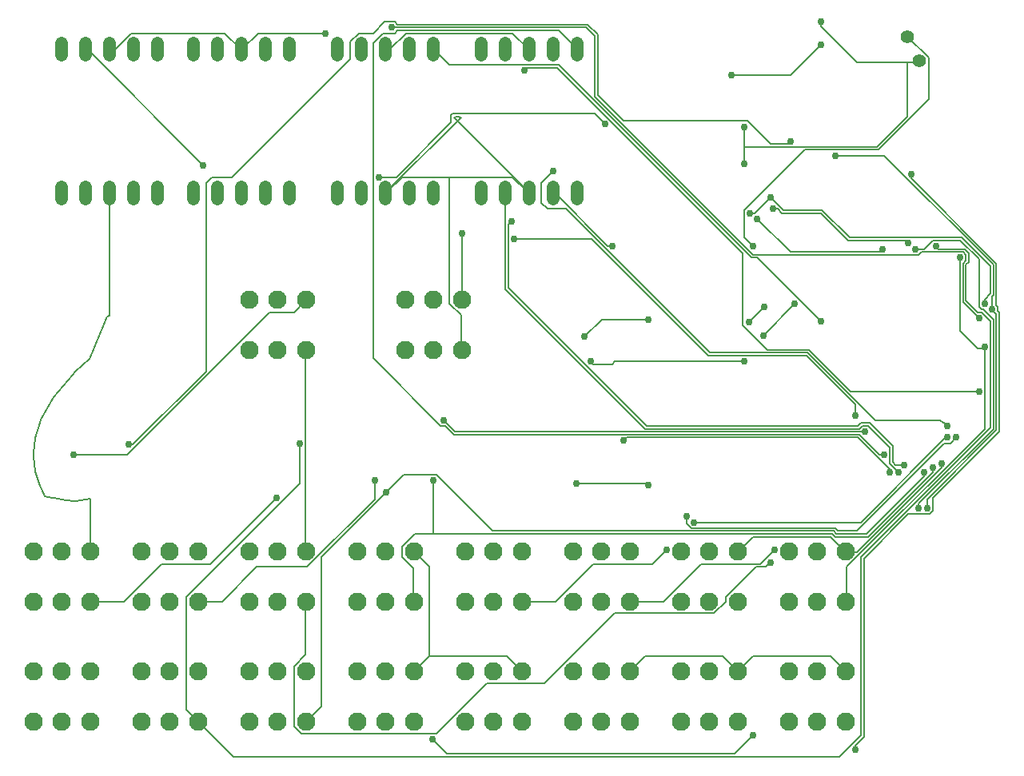
<source format=gbr>
G04 EAGLE Gerber RS-274X export*
G75*
%MOMM*%
%FSLAX34Y34*%
%LPD*%
%INBottom Copper*%
%IPPOS*%
%AMOC8*
5,1,8,0,0,1.08239X$1,22.5*%
G01*
%ADD10C,1.320800*%
%ADD11C,1.950000*%
%ADD12C,1.397000*%
%ADD13C,0.152400*%
%ADD14C,0.756400*%


D10*
X203200Y602996D02*
X203200Y616204D01*
X228600Y616204D02*
X228600Y602996D01*
X254000Y602996D02*
X254000Y616204D01*
X279400Y616204D02*
X279400Y602996D01*
X304800Y602996D02*
X304800Y616204D01*
X304800Y755396D02*
X304800Y768604D01*
X279400Y768604D02*
X279400Y755396D01*
X254000Y755396D02*
X254000Y768604D01*
X228600Y768604D02*
X228600Y755396D01*
X203200Y755396D02*
X203200Y768604D01*
X63500Y616204D02*
X63500Y602996D01*
X88900Y602996D02*
X88900Y616204D01*
X114300Y616204D02*
X114300Y602996D01*
X139700Y602996D02*
X139700Y616204D01*
X165100Y616204D02*
X165100Y602996D01*
X165100Y755396D02*
X165100Y768604D01*
X139700Y768604D02*
X139700Y755396D01*
X114300Y755396D02*
X114300Y768604D01*
X88900Y768604D02*
X88900Y755396D01*
X63500Y755396D02*
X63500Y768604D01*
D11*
X147800Y102700D03*
X177800Y102700D03*
X207800Y102700D03*
X147800Y49700D03*
X177800Y49700D03*
X207800Y49700D03*
X33500Y102700D03*
X63500Y102700D03*
X93500Y102700D03*
X33500Y49700D03*
X63500Y49700D03*
X93500Y49700D03*
D10*
X355600Y602996D02*
X355600Y616204D01*
X381000Y616204D02*
X381000Y602996D01*
X406400Y602996D02*
X406400Y616204D01*
X431800Y616204D02*
X431800Y602996D01*
X457200Y602996D02*
X457200Y616204D01*
X457200Y755396D02*
X457200Y768604D01*
X431800Y768604D02*
X431800Y755396D01*
X406400Y755396D02*
X406400Y768604D01*
X381000Y768604D02*
X381000Y755396D01*
X355600Y755396D02*
X355600Y768604D01*
X508000Y616204D02*
X508000Y602996D01*
X533400Y602996D02*
X533400Y616204D01*
X558800Y616204D02*
X558800Y602996D01*
X584200Y602996D02*
X584200Y616204D01*
X609600Y616204D02*
X609600Y602996D01*
X609600Y755396D02*
X609600Y768604D01*
X584200Y768604D02*
X584200Y755396D01*
X558800Y755396D02*
X558800Y768604D01*
X533400Y768604D02*
X533400Y755396D01*
X508000Y755396D02*
X508000Y768604D01*
D11*
X262100Y102700D03*
X292100Y102700D03*
X322100Y102700D03*
X262100Y49700D03*
X292100Y49700D03*
X322100Y49700D03*
X376400Y102700D03*
X406400Y102700D03*
X436400Y102700D03*
X376400Y49700D03*
X406400Y49700D03*
X436400Y49700D03*
X490700Y102700D03*
X520700Y102700D03*
X550700Y102700D03*
X490700Y49700D03*
X520700Y49700D03*
X550700Y49700D03*
X605000Y102700D03*
X635000Y102700D03*
X665000Y102700D03*
X605000Y49700D03*
X635000Y49700D03*
X665000Y49700D03*
X719300Y102700D03*
X749300Y102700D03*
X779300Y102700D03*
X719300Y49700D03*
X749300Y49700D03*
X779300Y49700D03*
X719300Y229700D03*
X749300Y229700D03*
X779300Y229700D03*
X719300Y176700D03*
X749300Y176700D03*
X779300Y176700D03*
X833600Y102700D03*
X863600Y102700D03*
X893600Y102700D03*
X833600Y49700D03*
X863600Y49700D03*
X893600Y49700D03*
X33500Y229700D03*
X63500Y229700D03*
X93500Y229700D03*
X33500Y176700D03*
X63500Y176700D03*
X93500Y176700D03*
X147800Y229700D03*
X177800Y229700D03*
X207800Y229700D03*
X147800Y176700D03*
X177800Y176700D03*
X207800Y176700D03*
X262100Y229700D03*
X292100Y229700D03*
X322100Y229700D03*
X262100Y176700D03*
X292100Y176700D03*
X322100Y176700D03*
X376400Y229700D03*
X406400Y229700D03*
X436400Y229700D03*
X376400Y176700D03*
X406400Y176700D03*
X436400Y176700D03*
X490700Y229700D03*
X520700Y229700D03*
X550700Y229700D03*
X490700Y176700D03*
X520700Y176700D03*
X550700Y176700D03*
X605000Y229700D03*
X635000Y229700D03*
X665000Y229700D03*
X605000Y176700D03*
X635000Y176700D03*
X665000Y176700D03*
X833600Y229700D03*
X863600Y229700D03*
X893600Y229700D03*
X833600Y176700D03*
X863600Y176700D03*
X893600Y176700D03*
X262100Y496400D03*
X292100Y496400D03*
X322100Y496400D03*
X262100Y443400D03*
X292100Y443400D03*
X322100Y443400D03*
X427200Y496400D03*
X457200Y496400D03*
X487200Y496400D03*
X427200Y443400D03*
X457200Y443400D03*
X487200Y443400D03*
D12*
X971550Y749300D03*
X958850Y774700D03*
D13*
X682752Y301752D02*
X684276Y300228D01*
X682752Y301752D02*
X608076Y301752D01*
X120396Y762000D02*
X114300Y762000D01*
X120396Y762000D02*
X137160Y778764D01*
X236220Y778764D01*
X252984Y762000D01*
X254000Y762000D01*
X867156Y786384D02*
X867156Y790956D01*
X867156Y786384D02*
X905256Y748284D01*
X958596Y748284D02*
X970788Y748284D01*
X958596Y748284D02*
X905256Y748284D01*
X970788Y748284D02*
X971550Y749300D01*
X428244Y778764D02*
X411480Y762000D01*
X428244Y778764D02*
X541020Y778764D01*
X557784Y762000D01*
X558800Y762000D01*
X786384Y679704D02*
X786384Y658368D01*
X786384Y640080D01*
X958596Y690372D02*
X958596Y748284D01*
X958596Y690372D02*
X926592Y658368D01*
X786384Y658368D01*
X271272Y778764D02*
X254508Y762000D01*
X271272Y778764D02*
X342900Y778764D01*
X254508Y762000D02*
X254000Y762000D01*
D14*
X684276Y300228D03*
X608076Y301752D03*
X867156Y790956D03*
X786384Y640080D03*
X786384Y679704D03*
X342900Y778764D03*
D13*
X406400Y762000D02*
X411480Y762000D01*
X480060Y356616D02*
X914400Y356616D01*
X480060Y356616D02*
X467868Y368808D01*
X213360Y638556D02*
X89916Y762000D01*
X88900Y762000D01*
D14*
X914400Y356616D03*
X467868Y368808D03*
X213360Y638556D03*
D13*
X534924Y118872D02*
X550164Y103632D01*
X534924Y118872D02*
X452628Y118872D01*
X437388Y103632D01*
X550164Y103632D02*
X550700Y102700D01*
X437388Y103632D02*
X436400Y102700D01*
X995172Y318516D02*
X995172Y323088D01*
X995172Y318516D02*
X905256Y228600D01*
X894588Y228600D01*
X893600Y229700D01*
X877824Y118872D02*
X893064Y103632D01*
X877824Y118872D02*
X795528Y118872D01*
X780288Y103632D01*
X893064Y103632D02*
X893600Y102700D01*
X780288Y103632D02*
X779300Y102700D01*
X893064Y230124D02*
X877824Y245364D01*
X795528Y245364D01*
X780288Y230124D01*
X893064Y230124D02*
X893600Y229700D01*
X780288Y230124D02*
X779300Y229700D01*
X763524Y118872D02*
X778764Y103632D01*
X763524Y118872D02*
X681228Y118872D01*
X665988Y103632D01*
X778764Y103632D02*
X779300Y102700D01*
X665988Y103632D02*
X665000Y102700D01*
X452628Y118872D02*
X452628Y213360D01*
X437388Y228600D01*
X436400Y229700D01*
X406908Y609600D02*
X423672Y626364D01*
X473964Y626364D02*
X541020Y626364D01*
X473964Y626364D02*
X423672Y626364D01*
X541020Y626364D02*
X557784Y609600D01*
X558800Y609600D01*
X960120Y774192D02*
X981456Y752856D01*
X981456Y708660D01*
X928116Y655320D01*
X850392Y655320D01*
X786384Y591312D01*
X786384Y562356D01*
X795528Y553212D01*
X958850Y774700D02*
X960120Y774192D01*
X486156Y480060D02*
X486156Y443484D01*
X486156Y480060D02*
X473964Y492252D01*
X473964Y626364D01*
X486156Y443484D02*
X487200Y443400D01*
X321564Y441960D02*
X321564Y230124D01*
X322100Y229700D01*
X321564Y441960D02*
X322100Y443400D01*
D14*
X995172Y323088D03*
X795528Y553212D03*
D13*
X486506Y689706D02*
X406400Y609600D01*
X114300Y609600D02*
X114300Y479845D01*
X478894Y689506D02*
X558800Y609600D01*
X93500Y285356D02*
X93500Y229700D01*
X482600Y690070D02*
X486506Y689706D01*
X482600Y690070D02*
X478894Y689506D01*
X114300Y479845D02*
X110994Y478476D01*
X95209Y439572D02*
X92995Y434116D01*
X95209Y439572D02*
X95209Y439572D01*
X110994Y478476D01*
X93500Y285356D02*
X78500Y283278D01*
X59461Y285243D02*
X48500Y287112D01*
X59461Y285243D02*
X67539Y284233D01*
X78500Y283278D01*
X48500Y287112D02*
X45405Y288402D01*
X77767Y419857D02*
X92995Y434116D01*
X77767Y419857D02*
X74633Y416678D01*
X54589Y392860D01*
X41505Y369142D01*
X40226Y365990D01*
X35342Y349870D01*
X33792Y333799D01*
X33815Y330665D01*
X35576Y314747D01*
X40629Y298877D01*
X41946Y295762D01*
X45405Y288402D01*
X989076Y553212D02*
X992124Y550164D01*
X1019556Y550164D01*
X1024128Y545592D01*
X1024128Y536448D01*
X1021080Y533400D01*
X1021080Y495300D01*
X1033272Y483108D01*
X1037844Y483108D01*
X1046988Y473964D01*
X1046988Y361188D01*
X909828Y224028D01*
X909828Y35052D01*
X886968Y12192D01*
X245364Y12192D01*
X208788Y48768D01*
X207800Y49700D01*
D14*
X989076Y553212D03*
D13*
X315468Y344424D02*
X315468Y301752D01*
X195072Y181356D01*
X195072Y62484D01*
X207264Y50292D01*
X207800Y49700D01*
D14*
X315468Y344424D03*
D13*
X790956Y472440D02*
X807720Y489204D01*
X684276Y475488D02*
X635508Y475488D01*
X617220Y457200D01*
X233172Y176784D02*
X208788Y176784D01*
X233172Y176784D02*
X269748Y213360D01*
X323088Y213360D01*
X394716Y284988D01*
X394716Y304800D01*
X208788Y176784D02*
X207800Y176700D01*
D14*
X807720Y489204D03*
X790956Y472440D03*
X684276Y475488D03*
X617220Y457200D03*
X394716Y304800D03*
D13*
X967740Y550164D02*
X976884Y550164D01*
X986028Y559308D01*
X1014984Y559308D01*
X1034796Y539496D01*
X1034796Y489204D01*
X1037844Y486156D01*
X1039368Y486156D01*
X1050036Y475488D01*
X1050036Y359664D01*
X970788Y280416D01*
X970788Y275844D01*
X321564Y175260D02*
X321564Y120396D01*
X309372Y108204D01*
X309372Y44196D01*
X316992Y36576D01*
X460248Y36576D01*
X513588Y89916D01*
X574548Y89916D01*
X649224Y164592D01*
X754380Y164592D01*
X766572Y176784D01*
X766572Y181356D01*
X798576Y213360D01*
X809244Y213360D01*
X813816Y217932D01*
X322100Y176700D02*
X321564Y175260D01*
D14*
X967740Y550164D03*
X970788Y275844D03*
X813816Y217932D03*
D13*
X806196Y458724D02*
X839724Y492252D01*
X786384Y431292D02*
X649224Y431292D01*
X646176Y428244D01*
X626364Y428244D01*
X623316Y431292D01*
X129540Y176784D02*
X94488Y176784D01*
X129540Y176784D02*
X169164Y216408D01*
X220980Y216408D01*
X291084Y286512D01*
X94488Y176784D02*
X93500Y176700D01*
D14*
X839724Y492252D03*
X806196Y458724D03*
X786384Y431292D03*
X623316Y431292D03*
X291084Y286512D03*
D13*
X832104Y661416D02*
X835152Y664464D01*
X832104Y661416D02*
X813816Y661416D01*
X789432Y685800D01*
X658368Y685800D01*
X630936Y713232D01*
X630936Y777240D01*
X620268Y787908D01*
X419100Y787908D01*
X416052Y790956D01*
X405384Y790956D01*
X393192Y778764D01*
X377952Y778764D01*
X368808Y769620D01*
X368808Y751332D01*
X243840Y626364D01*
X222504Y626364D01*
X216408Y620268D01*
X216408Y420624D01*
X138684Y342900D01*
X134112Y342900D01*
D14*
X835152Y664464D03*
X134112Y342900D03*
D13*
X894588Y213360D02*
X894588Y176784D01*
X894588Y213360D02*
X1040892Y359664D01*
X1040892Y445008D01*
X1014984Y463296D02*
X1014984Y541020D01*
X1014984Y463296D02*
X1033272Y445008D01*
X1040892Y445008D01*
X1040892Y446532D01*
D14*
X1040892Y446532D03*
X1014984Y541020D03*
D13*
X894588Y176784D02*
X893600Y176700D01*
X1048512Y486156D02*
X1048512Y499872D01*
X1050036Y501396D01*
X1050036Y533400D01*
X934212Y649224D01*
X882396Y649224D01*
X701040Y176784D02*
X665988Y176784D01*
X701040Y176784D02*
X740664Y216408D01*
X803148Y216408D01*
X818388Y231648D01*
X979932Y275844D02*
X979932Y284988D01*
X1053084Y358140D01*
X1053084Y481584D01*
X1048512Y486156D01*
D14*
X1048512Y486156D03*
X882396Y649224D03*
X818388Y231648D03*
X979932Y275844D03*
D13*
X665988Y176784D02*
X665000Y176700D01*
X1040892Y492252D02*
X1040892Y496824D01*
X1046988Y502920D01*
X1046988Y531876D01*
X1016508Y562356D01*
X897636Y562356D01*
X868680Y591312D01*
X827532Y591312D01*
X813816Y605028D01*
D14*
X1040892Y492252D03*
X813816Y605028D03*
D13*
X487680Y566928D02*
X487680Y496824D01*
X792480Y588264D02*
X797052Y588264D01*
X813816Y605028D01*
D14*
X487680Y566928D03*
X792480Y588264D03*
D13*
X487680Y496824D02*
X487200Y496400D01*
X1018032Y493776D02*
X1034796Y477012D01*
X1018032Y493776D02*
X1018032Y534924D01*
X1021080Y537972D01*
X1021080Y544068D01*
X1018032Y547116D01*
X973836Y547116D01*
X970788Y544068D01*
X795528Y544068D01*
X627888Y711708D01*
X627888Y775716D01*
X618744Y784860D01*
X413004Y784860D01*
X132588Y332232D02*
X76200Y332232D01*
X132588Y332232D02*
X283464Y483108D01*
X309372Y483108D01*
X321564Y495300D01*
X322100Y496400D01*
D14*
X1034796Y477012D03*
X413004Y784860D03*
X76200Y332232D03*
D13*
X998220Y365760D02*
X1001268Y362712D01*
X998220Y365760D02*
X996696Y365760D01*
X993648Y368808D01*
X925068Y368808D01*
X853440Y440436D01*
X749808Y440436D01*
X597408Y592836D01*
X577596Y592836D01*
X571500Y598932D01*
X571500Y620268D01*
X583692Y632460D01*
D14*
X1001268Y362712D03*
X583692Y632460D03*
D13*
X586740Y176784D02*
X551688Y176784D01*
X586740Y176784D02*
X626364Y216408D01*
X688848Y216408D01*
X704088Y231648D01*
X733044Y260604D02*
X909828Y260604D01*
X999744Y350520D01*
X1001268Y350520D01*
D14*
X704088Y231648D03*
X733044Y260604D03*
X1001268Y350520D03*
D13*
X551688Y176784D02*
X550700Y176700D01*
X775716Y15240D02*
X795528Y35052D01*
X775716Y15240D02*
X470916Y15240D01*
X455676Y30480D01*
D14*
X795528Y35052D03*
X455676Y30480D03*
D13*
X976884Y309372D02*
X976884Y313944D01*
X976884Y309372D02*
X915924Y248412D01*
X883920Y248412D01*
X880872Y251460D01*
X519684Y251460D01*
X460248Y310896D01*
X425196Y310896D01*
X406908Y292608D02*
X338328Y224028D01*
X406908Y292608D02*
X425196Y310896D01*
X338328Y224028D02*
X338328Y65532D01*
X323088Y50292D01*
X322100Y49700D01*
D14*
X976884Y313944D03*
X406908Y292608D03*
D13*
X986028Y313944D02*
X986028Y318516D01*
X986028Y313944D02*
X917448Y245364D01*
X882396Y245364D01*
X879348Y248412D01*
X457200Y248412D02*
X437388Y248412D01*
X457200Y248412D02*
X879348Y248412D01*
X437388Y248412D02*
X423672Y234696D01*
X423672Y224028D01*
X435864Y211836D01*
X435864Y176784D01*
X436400Y176700D01*
X457200Y248412D02*
X457200Y304800D01*
D14*
X986028Y318516D03*
X457200Y304800D03*
D13*
X800100Y582168D02*
X835152Y547116D01*
X929640Y547116D01*
X932688Y550164D01*
D14*
X800100Y582168D03*
X932688Y550164D03*
D13*
X867156Y473964D02*
X800100Y541020D01*
X794004Y541020D01*
X589788Y745236D01*
X473964Y745236D01*
X457200Y762000D01*
D14*
X867156Y473964D03*
D13*
X417576Y626364D02*
X399288Y626364D01*
X417576Y626364D02*
X475488Y684276D01*
X475488Y691896D01*
X477012Y693420D01*
X627888Y693420D01*
X638556Y682752D01*
X816864Y592836D02*
X821436Y592836D01*
X826008Y588264D01*
X867156Y588264D01*
X896112Y559308D01*
X957072Y559308D01*
X960120Y556260D01*
D14*
X399288Y626364D03*
X638556Y682752D03*
X816864Y592836D03*
X960120Y556260D03*
D13*
X963168Y624840D02*
X963168Y629412D01*
X963168Y624840D02*
X1053084Y534924D01*
X1053084Y490728D01*
X1054608Y489204D01*
X1054608Y484632D01*
X1056132Y483108D01*
X1056132Y356616D01*
X986028Y286512D01*
X986028Y272796D01*
X982980Y269748D01*
X960120Y269748D01*
X912876Y222504D01*
X912876Y33528D01*
X903732Y24384D01*
X903732Y19812D01*
D14*
X963168Y629412D03*
X903732Y19812D03*
D13*
X725424Y259080D02*
X725424Y266700D01*
X725424Y259080D02*
X729996Y254508D01*
X882396Y254508D01*
X885444Y251460D01*
X905256Y251460D01*
X998220Y344424D01*
X1004316Y344424D01*
X1010412Y350520D01*
D14*
X725424Y266700D03*
X1010412Y350520D03*
D13*
X903732Y373380D02*
X903732Y385572D01*
X851916Y437388D01*
X748284Y437388D01*
X624840Y560832D01*
X542544Y560832D01*
D14*
X903732Y373380D03*
X542544Y560832D03*
D13*
X899160Y399288D02*
X1034796Y399288D01*
X899160Y399288D02*
X854964Y443484D01*
X810768Y443484D01*
X784860Y469392D01*
X784860Y545592D01*
X588264Y742188D01*
X556260Y742188D01*
X553212Y739140D01*
D14*
X1034796Y399288D03*
X553212Y739140D03*
D13*
X772668Y734568D02*
X835152Y734568D01*
X867156Y766572D01*
D14*
X772668Y734568D03*
X867156Y766572D03*
D13*
X609600Y762000D02*
X589788Y781812D01*
X419100Y781812D01*
X416052Y778764D01*
X403860Y778764D01*
X393192Y768096D01*
X393192Y434340D01*
X464820Y362712D01*
X469392Y362712D01*
X478536Y353568D01*
X908304Y353568D01*
X929640Y332232D01*
X934212Y332232D01*
D14*
X934212Y332232D03*
D13*
X539496Y579120D02*
X536448Y576072D01*
X536448Y509016D01*
X682752Y362712D01*
X906780Y362712D01*
X909828Y365760D01*
X918972Y365760D01*
X943356Y341376D01*
X943356Y324612D01*
X946404Y321564D01*
X955548Y321564D01*
D14*
X539496Y579120D03*
X955548Y321564D03*
D13*
X533400Y507492D02*
X533400Y609600D01*
X533400Y507492D02*
X681228Y359664D01*
X908304Y359664D01*
X911352Y362712D01*
X917448Y362712D01*
X940308Y339852D01*
X940308Y323088D01*
X949452Y313944D01*
D14*
X949452Y313944D03*
D13*
X641604Y553212D02*
X585216Y609600D01*
X641604Y553212D02*
X646176Y553212D01*
X661416Y350520D02*
X658368Y347472D01*
X661416Y350520D02*
X906780Y350520D01*
X940308Y316992D01*
X940308Y313944D01*
X585216Y609600D02*
X584200Y609600D01*
D14*
X646176Y553212D03*
X658368Y347472D03*
X940308Y313944D03*
M02*

</source>
